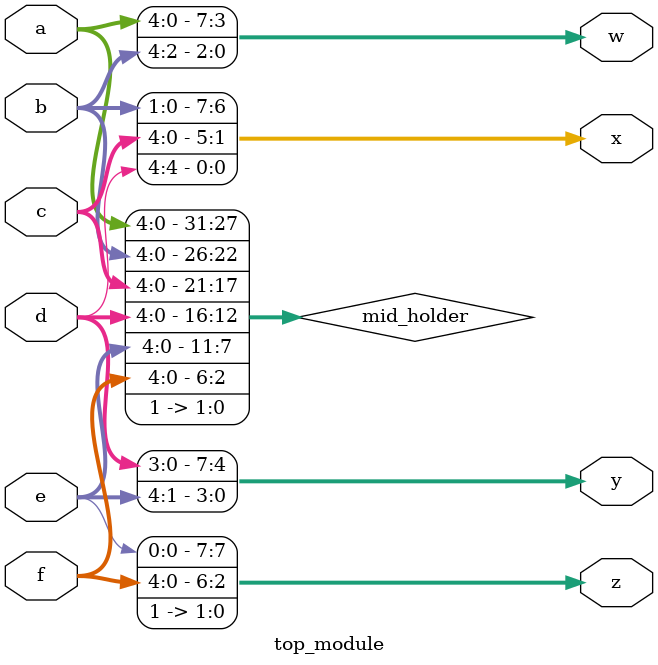
<source format=sv>
module top_module (
    input [4:0] a, b, c, d, e, f,
    output [7:0] w, x, y, z );//
    wire [31:0] mid_holder;
    assign { mid_holder[31:0] } = {a,b,c,d,e,f,2'b11};
    assign w = mid_holder[31:24];
    assign x = mid_holder[23:16];
    assign y = mid_holder[15:8];
    assign z = mid_holder[7:0];

endmodule

</source>
